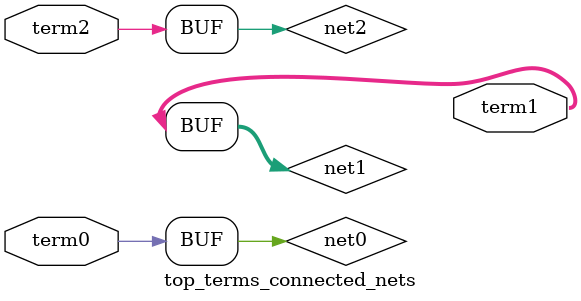
<source format=v>
module top_terms_connected_nets(input term0, output [31:0] term1, input [1:1] term2);
wire net0;
wire [31:0] net1;
wire [0:0] net2;

assign net0 = term0;
assign term1[31] = net1[31];
assign term1[30] = net1[30];
assign term1[29] = net1[29];
assign term1[28] = net1[28];
assign term1[27] = net1[27];
assign term1[26] = net1[26];
assign term1[25] = net1[25];
assign term1[24] = net1[24];
assign term1[23] = net1[23];
assign term1[22] = net1[22];
assign term1[21] = net1[21];
assign term1[20] = net1[20];
assign term1[19] = net1[19];
assign term1[18] = net1[18];
assign term1[17] = net1[17];
assign term1[16] = net1[16];
assign term1[15] = net1[15];
assign term1[14] = net1[14];
assign term1[13] = net1[13];
assign term1[12] = net1[12];
assign term1[11] = net1[11];
assign term1[10] = net1[10];
assign term1[9] = net1[9];
assign term1[8] = net1[8];
assign term1[7] = net1[7];
assign term1[6] = net1[6];
assign term1[5] = net1[5];
assign term1[4] = net1[4];
assign term1[3] = net1[3];
assign term1[2] = net1[2];
assign term1[1] = net1[1];
assign term1[0] = net1[0];
assign net2[0] = term2[1];

endmodule //top_terms_connected_nets

</source>
